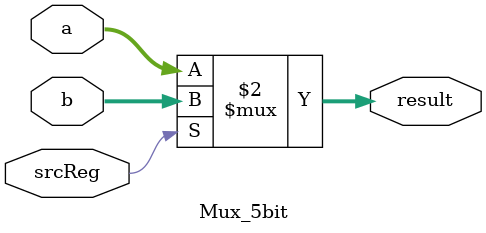
<source format=v>
module Mux_5bit(
    input wire [4:0] a,
    input wire [4:0] b,
    input wire srcReg,
    output wire[4:0] result
    );
    assign result=(srcReg==0)?a:b;
endmodule
</source>
